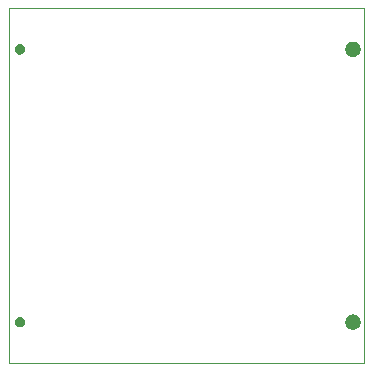
<source format=gbr>
%TF.GenerationSoftware,KiCad,Pcbnew,9.0.6-r1*%
%TF.CreationDate,2025-12-20T23:12:14+08:00*%
%TF.ProjectId,H750XB_V2,48373530-5842-45f5-9632-2e6b69636164,rev?*%
%TF.SameCoordinates,Original*%
%TF.FileFunction,Profile,NP*%
%FSLAX46Y46*%
G04 Gerber Fmt 4.6, Leading zero omitted, Abs format (unit mm)*
G04 Created by KiCad (PCBNEW 9.0.6-r1) date 2025-12-20 23:12:14*
%MOMM*%
%LPD*%
G01*
G04 APERTURE LIST*
%TA.AperFunction,Profile*%
%ADD10C,0.050000*%
%TD*%
%TA.AperFunction,Profile*%
%ADD11C,0.000000*%
%TD*%
G04 APERTURE END LIST*
D10*
X0Y30000000D02*
X30000000Y30000000D01*
X30000000Y0D01*
X0Y0D01*
X0Y30000000D01*
D11*
%TA.AperFunction,Profile*%
%TO.C,CN1*%
G36*
X1072208Y26965746D02*
G01*
X1173943Y26907009D01*
X1257009Y26823943D01*
X1315746Y26722208D01*
X1346150Y26608737D01*
X1346150Y26491263D01*
X1315746Y26377792D01*
X1257009Y26276057D01*
X1173943Y26192991D01*
X1072208Y26134254D01*
X958737Y26103850D01*
X841263Y26103850D01*
X727792Y26134254D01*
X626057Y26192991D01*
X542991Y26276057D01*
X484254Y26377792D01*
X453850Y26491263D01*
X453850Y26608737D01*
X484254Y26722208D01*
X542991Y26823943D01*
X626057Y26907009D01*
X727792Y26965746D01*
X841263Y26996150D01*
X958737Y26996150D01*
X1072208Y26965746D01*
G37*
%TD.AperFunction*%
%TA.AperFunction,Profile*%
G36*
X29288685Y27172011D02*
G01*
X29406408Y27123249D01*
X29512356Y27052457D01*
X29602457Y26962356D01*
X29673249Y26856408D01*
X29722011Y26738685D01*
X29746870Y26613711D01*
X29746870Y26486289D01*
X29722011Y26361315D01*
X29673249Y26243592D01*
X29602457Y26137644D01*
X29512356Y26047543D01*
X29406408Y25976751D01*
X29288685Y25927989D01*
X29163711Y25903130D01*
X29036289Y25903130D01*
X28911315Y25927989D01*
X28793592Y25976751D01*
X28687644Y26047543D01*
X28597543Y26137644D01*
X28526751Y26243592D01*
X28477989Y26361315D01*
X28453130Y26486289D01*
X28453130Y26613711D01*
X28477989Y26738685D01*
X28526751Y26856408D01*
X28597543Y26962356D01*
X28687644Y27052457D01*
X28793592Y27123249D01*
X28911315Y27172011D01*
X29036289Y27196870D01*
X29163711Y27196870D01*
X29288685Y27172011D01*
G37*
%TD.AperFunction*%
%TA.AperFunction,Profile*%
%TO.C,CN3*%
G36*
X1072208Y3865746D02*
G01*
X1173943Y3807009D01*
X1257009Y3723943D01*
X1315746Y3622208D01*
X1346150Y3508737D01*
X1346150Y3391263D01*
X1315746Y3277792D01*
X1257009Y3176057D01*
X1173943Y3092991D01*
X1072208Y3034254D01*
X958737Y3003850D01*
X841263Y3003850D01*
X727792Y3034254D01*
X626057Y3092991D01*
X542991Y3176057D01*
X484254Y3277792D01*
X453850Y3391263D01*
X453850Y3508737D01*
X484254Y3622208D01*
X542991Y3723943D01*
X626057Y3807009D01*
X727792Y3865746D01*
X841263Y3896150D01*
X958737Y3896150D01*
X1072208Y3865746D01*
G37*
%TD.AperFunction*%
%TA.AperFunction,Profile*%
G36*
X29288685Y4072011D02*
G01*
X29406408Y4023249D01*
X29512356Y3952457D01*
X29602457Y3862356D01*
X29673249Y3756408D01*
X29722011Y3638685D01*
X29746870Y3513711D01*
X29746870Y3386289D01*
X29722011Y3261315D01*
X29673249Y3143592D01*
X29602457Y3037644D01*
X29512356Y2947543D01*
X29406408Y2876751D01*
X29288685Y2827989D01*
X29163711Y2803130D01*
X29036289Y2803130D01*
X28911315Y2827989D01*
X28793592Y2876751D01*
X28687644Y2947543D01*
X28597543Y3037644D01*
X28526751Y3143592D01*
X28477989Y3261315D01*
X28453130Y3386289D01*
X28453130Y3513711D01*
X28477989Y3638685D01*
X28526751Y3756408D01*
X28597543Y3862356D01*
X28687644Y3952457D01*
X28793592Y4023249D01*
X28911315Y4072011D01*
X29036289Y4096870D01*
X29163711Y4096870D01*
X29288685Y4072011D01*
G37*
%TD.AperFunction*%
%TD*%
M02*

</source>
